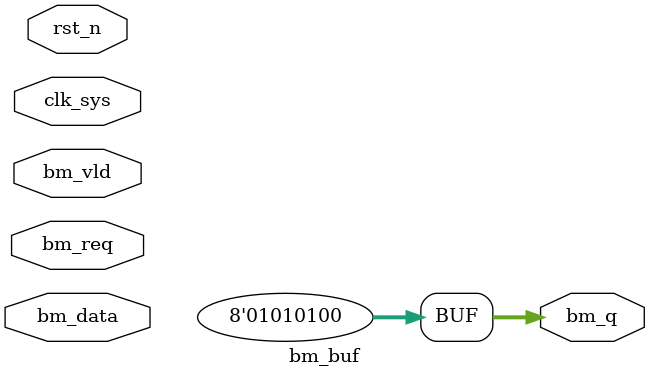
<source format=v>

module bm_buf(
bm_data,
bm_vld,
bm_q,
bm_req,
//clk rst
clk_sys,
rst_n
);
input [31:0]	bm_data;
input					bm_vld;
output [7:0]	bm_q;
input					bm_req;
//clk rst
input	clk_sys;
input	rst_n;
//---------------------------------------
//---------------------------------------


wire [7:0] bm_q = 8'h54;


endmodule

</source>
